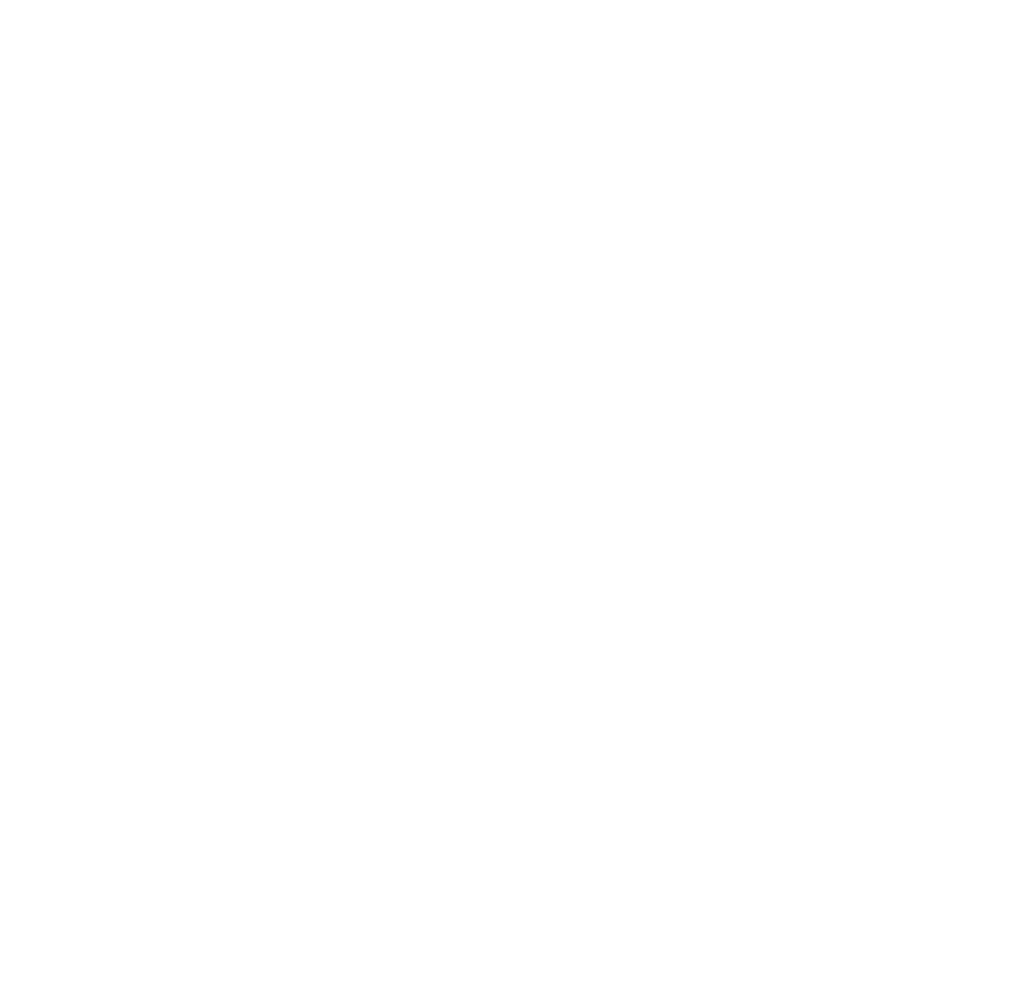
<source format=kicad_pcb>
(kicad_pcb
	(version 20241229)
	(generator "pcbnew")
	(generator_version "9.0")
	(general
		(thickness 1.6)
		(legacy_teardrops no)
	)
	(paper "A4")
	(layers
		(0 "F.Cu" signal)
		(2 "B.Cu" signal)
		(9 "F.Adhes" user "F.Adhesive")
		(11 "B.Adhes" user "B.Adhesive")
		(13 "F.Paste" user)
		(15 "B.Paste" user)
		(5 "F.SilkS" user "F.Silkscreen")
		(7 "B.SilkS" user "B.Silkscreen")
		(1 "F.Mask" user)
		(3 "B.Mask" user)
		(17 "Dwgs.User" user "User.Drawings")
		(19 "Cmts.User" user "User.Comments")
		(21 "Eco1.User" user "User.Eco1")
		(23 "Eco2.User" user "User.Eco2")
		(25 "Edge.Cuts" user)
		(27 "Margin" user)
		(31 "F.CrtYd" user "F.Courtyard")
		(29 "B.CrtYd" user "B.Courtyard")
		(35 "F.Fab" user)
		(33 "B.Fab" user)
		(39 "User.1" user)
		(41 "User.2" user)
		(43 "User.3" user)
		(45 "User.4" user)
	)
	(setup
		(pad_to_mask_clearance 0)
		(allow_soldermask_bridges_in_footprints no)
		(tenting front back)
		(pcbplotparams
			(layerselection 0x00000000_00000000_55555555_5757f5ff)
			(plot_on_all_layers_selection 0x00000000_00000000_00000000_00000000)
			(disableapertmacros no)
			(usegerberextensions no)
			(usegerberattributes yes)
			(usegerberadvancedattributes yes)
			(creategerberjobfile yes)
			(dashed_line_dash_ratio 12.000000)
			(dashed_line_gap_ratio 3.000000)
			(svgprecision 4)
			(plotframeref no)
			(mode 1)
			(useauxorigin no)
			(hpglpennumber 1)
			(hpglpenspeed 20)
			(hpglpendiameter 15.000000)
			(pdf_front_fp_property_popups yes)
			(pdf_back_fp_property_popups yes)
			(pdf_metadata yes)
			(pdf_single_document no)
			(dxfpolygonmode no)
			(dxfimperialunits no)
			(dxfusepcbnewfont yes)
			(psnegative no)
			(psa4output no)
			(plot_black_and_white yes)
			(sketchpadsonfab no)
			(plotpadnumbers no)
			(hidednponfab no)
			(sketchdnponfab yes)
			(crossoutdnponfab yes)
			(subtractmaskfromsilk no)
			(outputformat 3)
			(mirror no)
			(drillshape 0)
			(scaleselection 1)
			(outputdirectory "")
		)
	)
	(net 0 "")
	(gr_line
		(start 111.500002 55.500001)
		(end 111.500002 53.500001)
		(stroke
			(width 0.1)
			(type default)
		)
		(layer "Dwgs.User")
		(uuid "0605f1e1-9f71-4eba-9d0f-2a32979444b8")
	)
	(gr_line
		(start 102.000002 66.500002)
		(end 100.500002 66.500002)
		(stroke
			(width 0.1)
			(type default)
		)
		(layer "Dwgs.User")
		(uuid "0a01c9bd-ea61-4254-92df-d6ec07cbf70f")
	)
	(gr_line
		(start 179 146.000001)
		(end 181 146.000001)
		(stroke
			(width 0.1)
			(type default)
		)
		(layer "Dwgs.User")
		(uuid "0f2e9993-6e14-4e22-b84e-dad70d450bc9")
	)
	(gr_line
		(start 217.999999 111.5)
		(end 211.999999 111.5)
		(stroke
			(width 0.1)
			(type default)
		)
		(layer "Dwgs.User")
		(uuid "11e920fa-1070-449b-9bfb-6c37e3c50495")
	)
	(gr_line
		(start 100.500002 70.500002)
		(end 100.500002 68.500002)
		(stroke
			(width 0.1)
			(type default)
		)
		(layer "Dwgs.User")
		(uuid "12ad1708-df8e-43a5-8923-e2f32569a0d9")
	)
	(gr_line
		(start 133.500001 36.000001)
		(end 135 36.000001)
		(stroke
			(width 0.1)
			(type default)
		)
		(layer "Dwgs.User")
		(uuid "13931136-cd44-4009-a7b4-3c9ef9309a0f")
	)
	(gr_line
		(start 215.999999 115)
		(end 215.999999 113.5)
		(stroke
			(width 0.1)
			(type default)
		)
		(layer "Dwgs.User")
		(uuid "14c387f0-ea30-462a-bc3c-9e11a6bacdbb")
	)
	(gr_line
		(start 109.500002 53.500001)
		(end 109.500002 59.500001)
		(stroke
			(width 0.1)
			(type default)
		)
		(layer "Dwgs.User")
		(uuid "14f99386-fe0a-4519-b920-a337ad440a10")
	)
	(gr_line
		(start 192 135)
		(end 192 136.499999)
		(stroke
			(width 0.1)
			(type default)
		)
		(layer "Dwgs.User")
		(uuid "1ba51f1b-f1fe-47a3-bd6e-e37c89021ed9")
	)
	(gr_line
		(start 185 146.000001)
		(end 185 144.000001)
		(stroke
			(width 0.1)
			(type default)
		)
		(layer "Dwgs.User")
		(uuid "20170fe3-73e4-4746-a4c8-849fa2a8931e")
	)
	(gr_line
		(start 181 146.000001)
		(end 181 147.5)
		(stroke
			(width 0.1)
			(type default)
		)
		(layer "Dwgs.User")
		(uuid "231f0fc6-adfc-4a67-998c-12e7fb40d507")
	)
	(gr_line
		(start 124.000001 41.000001)
		(end 124.000001 45.000002)
		(stroke
			(width 0.1)
			(type default)
		)
		(layer "Dwgs.User")
		(uuid "25685520-a957-47ae-8d85-4578666fc3d8")
	)
	(gr_line
		(start 211.999999 111.5)
		(end 211.999999 113.5)
		(stroke
			(width 0.1)
			(type default)
		)
		(layer "Dwgs.User")
		(uuid "257957e4-871a-4f58-95c4-0723614e253d")
	)
	(gr_line
		(start 100.500002 66.500002)
		(end 100.500002 64.500002)
		(stroke
			(width 0.1)
			(type default)
		)
		(layer "Dwgs.User")
		(uuid "262d7aed-0263-4f54-a58f-e0fcb59c77a1")
	)
	(gr_line
		(start 111.500002 57.500001)
		(end 113.000001 57.500001)
		(stroke
			(width 0.1)
			(type default)
		)
		(layer "Dwgs.User")
		(uuid "263f4a29-92f3-4ac3-b276-b5f6d818c4aa")
	)
	(gr_line
		(start 194 136.5)
		(end 194 135)
		(stroke
			(width 0.1)
			(type default)
		)
		(layer "Dwgs.User")
		(uuid "26c0c124-38ca-4c5c-97f8-f5e4792afca8")
	)
	(gr_arc
		(start 124.000001 41.000001)
		(mid 184.104076 65.895925)
		(end 209 126)
		(stroke
			(width 0.1)
			(type default)
		)
		(layer "Dwgs.User")
		(uuid "27d9adcc-ff55-496a-b9ae-646a648a7e76")
	)
	(gr_line
		(start 196 133)
		(end 190 133)
		(stroke
			(width 0.1)
			(type default)
		)
		(layer "Dwgs.User")
		(uuid "282efd31-4eac-4fef-9de3-f00093ec0907")
	)
	(gr_line
		(start 183 146.000001)
		(end 185 146.000001)
		(stroke
			(width 0.1)
			(type default)
		)
		(layer "Dwgs.User")
		(uuid "30da4418-00b1-48c5-b865-bcba2616e279")
	)
	(gr_line
		(start 194 135)
		(end 196 135)
		(stroke
			(width 0.1)
			(type default)
		)
		(layer "Dwgs.User")
		(uuid "37baa4d0-8a8e-4a96-a24f-093831646513")
	)
	(gr_line
		(start 185 144.000001)
		(end 179 144.000001)
		(stroke
			(width 0.1)
			(type default)
		)
		(layer "Dwgs.User")
		(uuid "38fe239f-51f7-4fb2-b08b-6fafeea0633d")
	)
	(gr_line
		(start 98.500002 70.500002)
		(end 100.500002 70.500002)
		(stroke
			(width 0.1)
			(type default)
		)
		(layer "Dwgs.User")
		(uuid "39455be1-d6b7-40d9-bf95-7bc11b8d15e4")
	)
	(gr_line
		(start 194 136.499999)
		(end 198.000001 136.499999)
		(stroke
			(width 0.1)
			(type default)
		)
		(layer "Dwgs.User")
		(uuid "40a5eff1-e8ff-4e1b-b650-7aafeb14d72b")
	)
	(gr_line
		(start 183 147.5)
		(end 187.000001 147.5)
		(stroke
			(width 0.1)
			(type default)
		)
		(layer "Dwgs.User")
		(uuid "45939159-5b56-4d41-b74d-cb8d3f49b584")
	)
	(gr_line
		(start 190 133)
		(end 190 135)
		(stroke
			(width 0.1)
			(type default)
		)
		(layer "Dwgs.User")
		(uuid "478177a1-f804-4371-9e1a-d2e24b4f5912")
	)
	(gr_arc
		(start 113.000002 61.5)
		(mid 166.03301 83.466991)
		(end 188.000001 136.499999)
		(stroke
			(width 0.1)
			(type default)
		)
		(layer "Dwgs.User")
		(uuid "47eba6cb-e3e2-4984-9df5-124a21fe3dcd")
	)
	(gr_line
		(start 133.500001 34.000001)
		(end 133.500001 32.000001)
		(stroke
			(width 0.1)
			(type default)
		)
		(layer "Dwgs.User")
		(uuid "49558c71-8e78-4f73-9f04-63b9201bb127")
	)
	(gr_line
		(start 210 114.999999)
		(end 213.999999 114.999999)
		(stroke
			(width 0.1)
			(type default)
		)
		(layer "Dwgs.User")
		(uuid "4dd7e856-fd9f-44b9-ba15-d41d305fe554")
	)
	(gr_line
		(start 217.999999 113.5)
		(end 217.999999 111.5)
		(stroke
			(width 0.1)
			(type default)
		)
		(layer "Dwgs.User")
		(uuid "518c3730-e6ce-4c16-aade-6ee8275f8670")
	)
	(gr_arc
		(start 124.000001 51.000001)
		(mid 177.033009 72.966992)
		(end 199 126)
		(stroke
			(width 0.1)
			(type default)
		)
		(layer "Dwgs.User")
		(uuid "558ea9c5-ba4c-41e3-b4b5-51598cdd5925")
	)
	(gr_line
		(start 204.999999 126)
		(end 209 126)
		(stroke
			(width 0.1)
			(type default)
		)
		(layer "Dwgs.User")
		(uuid "564a15ab-8ff1-4a1c-9454-50acf9568b15")
	)
	(gr_line
		(start 206.999999 122.500001)
		(end 200.999999 122.500001)
		(stroke
			(width 0.1)
			(type default)
		)
		(layer "Dwgs.User")
		(uuid "59968422-21e3-47a5-b72c-9fc0a9719bcb")
	)
	(gr_line
		(start 179 144.000001)
		(end 179 146.000001)
		(stroke
			(width 0.1)
			(type default)
		)
		(layer "Dwgs.User")
		(uuid "5aa9eb83-16c6-4193-9c33-a4724fa48c4a")
	)
	(gr_circle
		(center 169.568544 79.931457)
		(end 171.568544 79.931457)
		(stroke
			(width 0.1)
			(type default)
		)
		(fill no)
		(layer "Dwgs.User")
		(uuid "5e839e15-2799-401c-82b7-a6addb3c5677")
	)
	(gr_line
		(start 113.000001 57.500001)
		(end 113.000002 61.5)
		(stroke
			(width 0.1)
			(type default)
		)
		(layer "Dwgs.User")
		(uuid "5f213cd8-456f-4820-afc9-01916c5934bf")
	)
	(gr_line
		(start 124 47.000002)
		(end 124.000001 51.000001)
		(stroke
			(width 0.1)
			(type default)
		)
		(layer "Dwgs.User")
		(uuid "61986458-d84c-49f6-a387-ba4959fb60bb")
	)
	(gr_line
		(start 100.500002 64.500002)
		(end 98.500002 64.500002)
		(stroke
			(width 0.1)
			(type default)
		)
		(layer "Dwgs.User")
		(uuid "63685a45-b4c9-4b24-ab4f-0ad4c91d2632")
	)
	(gr_line
		(start 122.500001 43.000002)
		(end 120.500001 43.000002)
		(stroke
			(width 0.1)
			(type default)
		)
		(layer "Dwgs.User")
		(uuid "698993c5-be6e-4801-99ec-c1406689f2ab")
	)
	(gr_line
		(start 202.999999 124.500001)
		(end 202.999999 126)
		(stroke
			(width 0.1)
			(type default)
		)
		(layer "Dwgs.User")
		(uuid "6afd3b8e-baf9-4bac-9781-7de37604e0c5")
	)
	(gr_line
		(start 135.000001 30)
		(end 135.000001 34.000001)
		(stroke
			(width 0.1)
			(type default)
		)
		(layer "Dwgs.User")
		(uuid "7006c79f-d379-4250-9a11-425bc93459da")
	)
	(gr_line
		(start 120.500001 43.000002)
		(end 120.500001 49.000002)
		(stroke
			(width 0.1)
			(type default)
		)
		(layer "Dwgs.User")
		(uuid "73e1b64a-fed4-4239-aeaa-ef1e472657ef")
	)
	(gr_circle
		(center 158.568544 90.931458)
		(end 160.568544 90.931458)
		(stroke
			(width 0.1)
			(type default)
		)
		(fill no)
		(layer "Dwgs.User")
		(uuid "75cb862f-a189-4b26-857d-200a507f1cd0")
	)
	(gr_line
		(start 200.999999 124.500001)
		(end 202.999999 124.500001)
		(stroke
			(width 0.1)
			(type default)
		)
		(layer "Dwgs.User")
		(uuid "76c91ec3-4b10-4336-80df-41459960eb0c")
	)
	(gr_line
		(start 131.500001 32.000001)
		(end 131.500001 38.000001)
		(stroke
			(width 0.1)
			(type default)
		)
		(layer "Dwgs.User")
		(uuid "7868fb91-bb31-4bd7-b6f2-3c4c0c5564c2")
	)
	(gr_line
		(start 215.999999 114.999999)
		(end 220 114.999999)
		(stroke
			(width 0.1)
			(type default)
		)
		(layer "Dwgs.User")
		(uuid "7a6bef3c-8e14-4a25-a4fb-67df7353a286")
	)
	(gr_line
		(start 98.500002 64.500002)
		(end 98.500002 70.500002)
		(stroke
			(width 0.1)
			(type default)
		)
		(layer "Dwgs.User")
		(uuid "7c9e61ea-856a-45d8-bd50-445ce27d8ec3")
	)
	(gr_arc
		(start 113.000002 51.5)
		(mid 173.104077 76.395924)
		(end 198.000001 136.499999)
		(stroke
			(width 0.1)
			(type default)
		)
		(layer "Dwgs.User")
		(uuid "809d19f8-1ff4-483a-acd5-f71c7851bb3c")
	)
	(gr_arc
		(start 135.000001 40)
		(mid 188.033009 61.966991)
		(end 210 114.999999)
		(stroke
			(width 0.1)
			(type default)
		)
		(layer "Dwgs.User")
		(uuid "871b9f8d-330a-4464-a50b-7dc1d221ed77")
	)
	(gr_line
		(start 213.999999 113.5)
		(end 213.999999 114.999999)
		(stroke
			(width 0.1)
			(type default)
		)
		(layer "Dwgs.User")
		(uuid "885379dd-e5e0-4479-b737-f65671015cf8")
	)
	(gr_line
		(start 133.500001 32.000001)
		(end 131.500001 32.000001)
		(stroke
			(width 0.1)
			(type default)
		)
		(layer "Dwgs.User")
		(uuid "896b1d6b-1b33-464f-abe5-e2d3952929c7")
	)
	(gr_line
		(start 113.000002 55.500001)
		(end 111.500002 55.500001)
		(stroke
			(width 0.1)
			(type default)
		)
		(layer "Dwgs.User")
		(uuid "8e0990c2-a9ec-49c3-ba39-fcc2008d497b")
	)
	(gr_line
		(start 196 135)
		(end 196 133)
		(stroke
			(width 0.1)
			(type default)
		)
		(layer "Dwgs.User")
		(uuid "8f89fb4e-b679-4e71-a29e-9401e4157585")
	)
	(gr_line
		(start 122.500001 49.000002)
		(end 122.500001 47.000002)
		(stroke
			(width 0.1)
			(type default)
		)
		(layer "Dwgs.User")
		(uuid "967b38b9-d5ee-4931-8b7f-c3b7b9c3d840")
	)
	(gr_circle
		(center 191.568543 58.431457)
		(end 193.568543 58.431457)
		(stroke
			(width 0.1)
			(type default)
		)
		(fill no)
		(layer "Dwgs.User")
		(uuid "96d05a81-2aed-44af-9464-d58c991a14cf")
	)
	(gr_line
		(start 190 135)
		(end 192 135)
		(stroke
			(width 0.1)
			(type default)
		)
		(layer "Dwgs.User")
		(uuid "970e19a2-901a-443c-a2b3-47bdf286f3a4")
	)
	(gr_line
		(start 211.999999 113.5)
		(end 213.999999 113.5)
		(stroke
			(width 0.1)
			(type default)
		)
		(layer "Dwgs.User")
		(uuid "9d045fa9-326a-4008-a52a-b6947f39f199")
	)
	(gr_line
		(start 113.000002 51.5)
		(end 113.000002 55.500001)
		(stroke
			(width 0.1)
			(type default)
		)
		(layer "Dwgs.User")
		(uuid "a1dbca27-2671-45d5-a8d5-8855d9582d9f")
	)
	(gr_line
		(start 109.500002 59.500001)
		(end 111.500002 59.500001)
		(stroke
			(width 0.1)
			(type default)
		)
		(layer "Dwgs.User")
		(uuid "a99ae08f-78d8-484d-a825-9d843e058aa7")
	)
	(gr_line
		(start 102.000001 68.500002)
		(end 102.000002 72.500001)
		(stroke
			(width 0.1)
			(type default)
		)
		(layer "Dwgs.User")
		(uuid "aab984e9-fc28-44e2-883d-8c5129b9708b")
	)
	(gr_line
		(start 183 147.500001)
		(end 183 146.000001)
		(stroke
			(width 0.1)
			(type default)
		)
		(layer "Dwgs.User")
		(uuid "b9a05b7e-eca6-4c69-8c57-4b40654efc4d")
	)
	(gr_line
		(start 206.999999 124.500001)
		(end 206.999999 122.500001)
		(stroke
			(width 0.1)
			(type default)
		)
		(layer "Dwgs.User")
		(uuid "bdacccb7-cde3-4a7c-9926-be2e810bc4a5")
	)
	(gr_arc
		(start 102.000002 62.500001)
		(mid 162.104077 87.395925)
		(end 187.000001 147.5)
		(stroke
			(width 0.1)
			(type default)
		)
		(layer "Dwgs.User")
		(uuid "be820ed7-2b86-4026-8a7b-c01ba2534adf")
	)
	(gr_line
		(start 111.500002 59.500001)
		(end 111.500002 57.500001)
		(stroke
			(width 0.1)
			(type default)
		)
		(layer "Dwgs.User")
		(uuid "bf2891c8-0927-4207-bb7c-0214b5219d1f")
	)
	(gr_line
		(start 120.500001 49.000002)
		(end 122.500001 49.000002)
		(stroke
			(width 0.1)
			(type default)
		)
		(layer "Dwgs.User")
		(uuid "c0d61003-2dab-463d-806a-bf1a7c288a12")
	)
	(gr_line
		(start 204.999999 126.000001)
		(end 204.999999 124.500001)
		(stroke
			(width 0.1)
			(type default)
		)
		(layer "Dwgs.User")
		(uuid "c2acf6cc-a55f-4eb0-8927-e6077ecf0438")
	)
	(gr_line
		(start 122.500001 45.000002)
		(end 122.500001 43.000002)
		(stroke
			(width 0.1)
			(type default)
		)
		(layer "Dwgs.User")
		(uuid "c3f916fc-4f06-48eb-bcaf-032e93491c48")
	)
	(gr_line
		(start 177.000001 147.5)
		(end 181 147.5)
		(stroke
			(width 0.1)
			(type default)
		)
		(layer "Dwgs.User")
		(uuid "c552f4be-681f-4f28-9626-0204017300e9")
	)
	(gr_line
		(start 135 36.000001)
		(end 135.000001 40)
		(stroke
			(width 0.1)
			(type default)
		)
		(layer "Dwgs.User")
		(uuid "c5f3da2b-f729-47c2-80a8-0efaed58e6a8")
	)
	(gr_circle
		(center 180.568543 69.431458)
		(end 182.568543 69.431458)
		(stroke
			(width 0.1)
			(type default)
		)
		(fill no)
		(layer "Dwgs.User")
		(uuid "c679a1ee-c72e-4a30-a89e-d32d7c3a3efd")
	)
	(gr_arc
		(start 102.000002 72.500001)
		(mid 155.03301 94.466992)
		(end 177.000001 147.5)
		(stroke
			(width 0.1)
			(type default)
		)
		(layer "Dwgs.User")
		(uuid "c82173c1-74cf-4ed0-8cd0-6b849a2a86a4")
	)
	(gr_line
		(start 199 126)
		(end 202.999999 126)
		(stroke
			(width 0.1)
			(type default)
		)
		(layer "Dwgs.User")
		(uuid "c8e8d922-c21b-46fd-bbe0-48f2233258fb")
	)
	(gr_line
		(start 131.500001 38.000001)
		(end 133.500001 38.000001)
		(stroke
			(width 0.1)
			(type default)
		)
		(layer "Dwgs.User")
		(uuid "c9f8e3b4-142f-4df0-a9a6-5927d7354c74")
	)
	(gr_line
		(start 100.500002 68.500002)
		(end 102.000001 68.500002)
		(stroke
			(width 0.1)
			(type default)
		)
		(layer "Dwgs.User")
		(uuid "cc304205-fee7-4d9a-a090-80334849e543")
	)
	(gr_line
		(start 188.000001 136.499999)
		(end 192 136.499999)
		(stroke
			(width 0.1)
			(type default)
		)
		(layer "Dwgs.User")
		(uuid "cf39cf3d-7ede-4656-8e04-1e0cd6cecf6b")
	)
	(gr_line
		(start 102.000002 62.500001)
		(end 102.000002 66.500002)
		(stroke
			(width 0.1)
			(type default)
		)
		(layer "Dwgs.User")
		(uuid "dc889dff-3f1f-4174-ac52-8b34a6b628e4")
	)
	(gr_line
		(start 200.999999 122.500001)
		(end 200.999999 124.500001)
		(stroke
			(width 0.1)
			(type default)
		)
		(layer "Dwgs.User")
		(uuid "ddd0f57a-a356-4ba5-92dc-bb16e70da51e")
	)
	(gr_line
		(start 124.000001 45.000002)
		(end 122.500001 45.000002)
		(stroke
			(width 0.1)
			(type default)
		)
		(layer "Dwgs.User")
		(uuid "e0ab4921-f89d-40fe-81d6-ae0ac6be9134")
	)
	(gr_line
		(start 133.500001 38.000001)
		(end 133.500001 36.000001)
		(stroke
			(width 0.1)
			(type default)
		)
		(layer "Dwgs.User")
		(uuid "eaaa51c1-cc0c-4568-a4cd-a74a059189cb")
	)
	(gr_arc
		(start 135.000001 30)
		(mid 195.104076 54.895924)
		(end 220 114.999999)
		(stroke
			(width 0.1)
			(type default)
		)
		(layer "Dwgs.User")
		(uuid "eaf04dbe-ae1c-4618-a9b0-8cf9f6aee3ef")
	)
	(gr_line
		(start 204.999999 124.500001)
		(end 206.999999 124.500001)
		(stroke
			(width 0.1)
			(type default)
		)
		(layer "Dwgs.User")
		(uuid "ec90b227-446e-4943-815e-672373d25d77")
	)
	(gr_line
		(start 111.500002 53.500001)
		(end 109.500002 53.500001)
		(stroke
			(width 0.1)
			(type default)
		)
		(layer "Dwgs.User")
		(uuid "f091c2cc-a8ee-4254-aa32-b55d721e7dd1")
	)
	(gr_line
		(start 122.500001 47.000002)
		(end 124 47.000002)
		(stroke
			(width 0.1)
			(type default)
		)
		(layer "Dwgs.User")
		(uuid "f366cacb-935a-49b2-a0e1-efb68a3570dd")
	)
	(gr_line
		(start 135.000001 34.000001)
		(end 133.500001 34.000001)
		(stroke
			(width 0.1)
			(type default)
		)
		(layer "Dwgs.User")
		(uuid "f6cad3fd-f40a-4749-8c7f-6b104fe11e54")
	)
	(gr_line
		(start 215.999999 113.5)
		(end 217.999999 113.5)
		(stroke
			(width 0.1)
			(type default)
		)
		(layer "Dwgs.User")
		(uuid "fdbf0d95-e100-4fc3-960e-dbbf6e4bdc62")
	)
	(embedded_fonts no)
)

</source>
